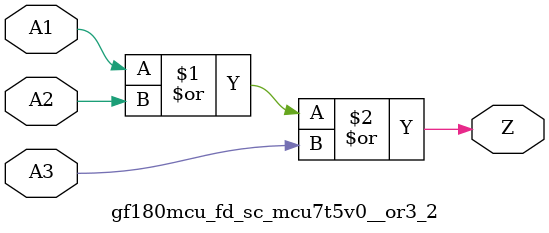
<source format=v>

module gf180mcu_fd_sc_mcu7t5v0__or3_2( A1, A2, A3, Z );
input A1, A2, A3;
output Z;

	or MGM_BG_0( Z, A1, A2, A3 );

endmodule

</source>
